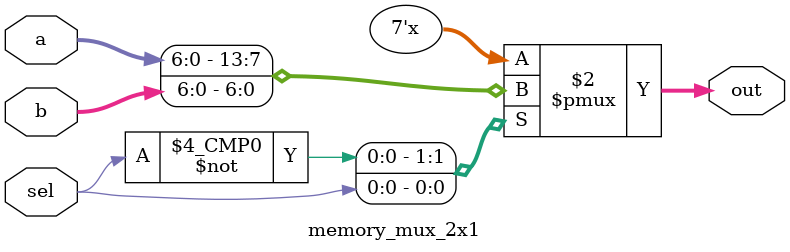
<source format=sv>
`timescale 1ns / 1ps


module memory_mux_2x1(input logic [6:0] a,  
                      input logic [31:0] b,
                      input logic sel,
                      output logic [6:0]out
                      );
                      
                      always_comb begin
                        case(sel)
                        1'b0:out=a;
                        1'b1:out=b[6:0];
                        default:out=7'b0;
                        endcase
                      end
endmodule

</source>
